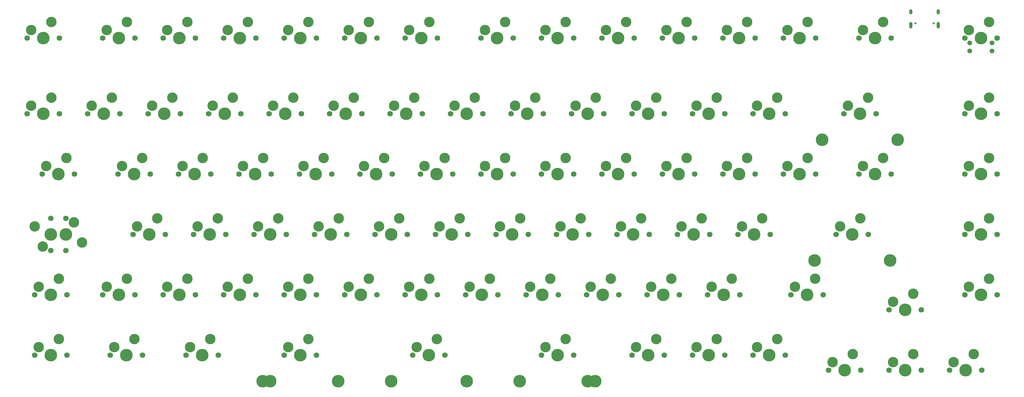
<source format=gbr>
%TF.GenerationSoftware,KiCad,Pcbnew,8.0.4*%
%TF.CreationDate,2024-09-06T17:24:34+02:00*%
%TF.ProjectId,kicad8,6b696361-6438-42e6-9b69-6361645f7063,rev?*%
%TF.SameCoordinates,Original*%
%TF.FileFunction,Soldermask,Top*%
%TF.FilePolarity,Negative*%
%FSLAX46Y46*%
G04 Gerber Fmt 4.6, Leading zero omitted, Abs format (unit mm)*
G04 Created by KiCad (PCBNEW 8.0.4) date 2024-09-06 17:24:34*
%MOMM*%
%LPD*%
G01*
G04 APERTURE LIST*
%ADD10C,3.987800*%
%ADD11C,1.500000*%
%ADD12C,1.750000*%
%ADD13C,3.300000*%
%ADD14C,0.650000*%
%ADD15O,1.000000X1.600000*%
%ADD16O,1.000000X2.100000*%
G04 APERTURE END LIST*
D10*
%TO.C,SW1*%
X319936727Y-24773225D03*
D11*
X323436727Y-28773225D03*
X323436727Y-26273225D03*
X316436727Y-26273225D03*
X316436727Y-28773225D03*
%TD*%
D10*
%TO.C,S1*%
X269930477Y-56840725D03*
X293742977Y-56840725D03*
%TD*%
%TO.C,S3*%
X96099227Y-133040725D03*
X196111727Y-133040725D03*
%TD*%
%TO.C,S5*%
X134199227Y-133040725D03*
X158011727Y-133040725D03*
%TD*%
%TO.C,S4*%
X93717977Y-133040725D03*
X117530477Y-133040725D03*
%TD*%
%TO.C,S6*%
X174680477Y-133040725D03*
X198492977Y-133040725D03*
%TD*%
%TO.C,S2*%
X267549227Y-94940725D03*
X291361727Y-94940725D03*
%TD*%
D12*
%TO.C,${VALUE}*%
X229766727Y-67635725D03*
D10*
X224686727Y-67635725D03*
D12*
X219606727Y-67635725D03*
D13*
X220876727Y-65095725D03*
X227226727Y-62555725D03*
%TD*%
D12*
%TO.C,${VALUE}*%
X210716727Y-67635725D03*
D10*
X205636727Y-67635725D03*
D12*
X200556727Y-67635725D03*
D13*
X201826727Y-65095725D03*
X208176727Y-62555725D03*
%TD*%
D12*
%TO.C,${VALUE}*%
X291679227Y-67635725D03*
D10*
X286599227Y-67635725D03*
D12*
X281519227Y-67635725D03*
D13*
X282789227Y-65095725D03*
X289139227Y-62555725D03*
%TD*%
D12*
%TO.C,${VALUE}*%
X191666727Y-67635725D03*
D10*
X186586727Y-67635725D03*
D12*
X181506727Y-67635725D03*
D13*
X182776727Y-65095725D03*
X189126727Y-62555725D03*
%TD*%
D12*
%TO.C,${VALUE}*%
X325016727Y-24773225D03*
D10*
X319936727Y-24773225D03*
D12*
X314856727Y-24773225D03*
D13*
X316126727Y-22233225D03*
X322476727Y-19693225D03*
%TD*%
D12*
%TO.C,${VALUE}*%
X177379227Y-86685725D03*
D10*
X172299227Y-86685725D03*
D12*
X167219227Y-86685725D03*
D13*
X168489227Y-84145725D03*
X174839227Y-81605725D03*
%TD*%
D12*
%TO.C,${VALUE}*%
X86891727Y-48585725D03*
D10*
X81811727Y-48585725D03*
D12*
X76731727Y-48585725D03*
D13*
X78001727Y-46045725D03*
X84351727Y-43505725D03*
%TD*%
D12*
%TO.C,${VALUE}*%
X239291727Y-48585725D03*
D10*
X234211727Y-48585725D03*
D12*
X229131727Y-48585725D03*
D13*
X230401727Y-46045725D03*
X236751727Y-43505725D03*
%TD*%
D12*
%TO.C,${VALUE}*%
X234529227Y-86685725D03*
D10*
X229449227Y-86685725D03*
D12*
X224369227Y-86685725D03*
D13*
X225639227Y-84145725D03*
X231989227Y-81605725D03*
%TD*%
D12*
%TO.C,${VALUE}*%
X205954227Y-105735725D03*
D10*
X200874227Y-105735725D03*
D12*
X195794227Y-105735725D03*
D13*
X197064227Y-103195725D03*
X203414227Y-100655725D03*
%TD*%
D12*
%TO.C,${VALUE}*%
X67841727Y-48585725D03*
D10*
X62761727Y-48585725D03*
D12*
X57681727Y-48585725D03*
D13*
X58951727Y-46045725D03*
X65301727Y-43505725D03*
%TD*%
D12*
%TO.C,${VALUE}*%
X148804227Y-105735725D03*
D10*
X143724227Y-105735725D03*
D12*
X138644227Y-105735725D03*
D13*
X139914227Y-103195725D03*
X146264227Y-100655725D03*
%TD*%
D12*
%TO.C,${VALUE}*%
X48791727Y-48585725D03*
D10*
X43711727Y-48585725D03*
D12*
X38631727Y-48585725D03*
D13*
X39901727Y-46045725D03*
X46251727Y-43505725D03*
%TD*%
D12*
%TO.C,${VALUE}*%
X55935477Y-124785725D03*
D10*
X50855477Y-124785725D03*
D12*
X45775477Y-124785725D03*
D13*
X47045477Y-122245725D03*
X53395477Y-119705725D03*
%TD*%
D12*
%TO.C,${VALUE}*%
X282154227Y-129548225D03*
D10*
X277074227Y-129548225D03*
D12*
X271994227Y-129548225D03*
D13*
X273264227Y-127008225D03*
X279614227Y-124468225D03*
%TD*%
D12*
%TO.C,${VALUE}*%
X320254227Y-129548225D03*
D10*
X315174227Y-129548225D03*
D12*
X310094227Y-129548225D03*
D13*
X311364227Y-127008225D03*
X317714227Y-124468225D03*
%TD*%
D12*
%TO.C,${VALUE}*%
X291679227Y-24773225D03*
D10*
X286599227Y-24773225D03*
D12*
X281519227Y-24773225D03*
D13*
X282789227Y-22233225D03*
X289139227Y-19693225D03*
%TD*%
D12*
%TO.C,${VALUE}*%
X301204227Y-129548225D03*
D10*
X296124227Y-129548225D03*
D12*
X291044227Y-129548225D03*
D13*
X292314227Y-127008225D03*
X298664227Y-124468225D03*
%TD*%
D12*
%TO.C,${VALUE}*%
X325016727Y-67635725D03*
D10*
X319936727Y-67635725D03*
D12*
X314856727Y-67635725D03*
D13*
X316126727Y-65095725D03*
X322476727Y-62555725D03*
%TD*%
D12*
%TO.C,${VALUE}*%
X220241727Y-124785725D03*
D10*
X215161727Y-124785725D03*
D12*
X210081727Y-124785725D03*
D13*
X211351727Y-122245725D03*
X217701727Y-119705725D03*
%TD*%
D12*
%TO.C,${VALUE}*%
X301204227Y-110498225D03*
D10*
X296124227Y-110498225D03*
D12*
X291044227Y-110498225D03*
D13*
X292314227Y-107958225D03*
X298664227Y-105418225D03*
%TD*%
D12*
%TO.C,${VALUE}*%
X139279227Y-86685725D03*
D10*
X134199227Y-86685725D03*
D12*
X129119227Y-86685725D03*
D13*
X130389227Y-84145725D03*
X136739227Y-81605725D03*
%TD*%
D14*
%TO.C,J1*%
X299282204Y-20114766D03*
X305062204Y-20114766D03*
D15*
X297852204Y-16464766D03*
D16*
X297852204Y-20644766D03*
D15*
X306492204Y-16464766D03*
D16*
X306492204Y-20644766D03*
%TD*%
D12*
%TO.C,${VALUE}*%
X267866727Y-67635725D03*
D10*
X262786727Y-67635725D03*
D12*
X257706727Y-67635725D03*
D13*
X258976727Y-65095725D03*
X265326727Y-62555725D03*
%TD*%
D12*
%TO.C,${VALUE}*%
X27055477Y-81605725D03*
D10*
X27055477Y-86685725D03*
D12*
X27055477Y-91765725D03*
D13*
X24515477Y-90495725D03*
X21975477Y-84145725D03*
%TD*%
D12*
%TO.C,${VALUE}*%
X32122977Y-124785725D03*
D10*
X27042977Y-124785725D03*
D12*
X21962977Y-124785725D03*
D13*
X23232977Y-122245725D03*
X29582977Y-119705725D03*
%TD*%
D12*
%TO.C,${VALUE}*%
X110704227Y-105735725D03*
D10*
X105624227Y-105735725D03*
D12*
X100544227Y-105735725D03*
D13*
X101814227Y-103195725D03*
X108164227Y-100655725D03*
%TD*%
D12*
%TO.C,${VALUE}*%
X248816727Y-24773225D03*
D10*
X243736727Y-24773225D03*
D12*
X238656727Y-24773225D03*
D13*
X239926727Y-22233225D03*
X246276727Y-19693225D03*
%TD*%
D12*
%TO.C,${VALUE}*%
X110704227Y-24773225D03*
D10*
X105624227Y-24773225D03*
D12*
X100544227Y-24773225D03*
D13*
X101814227Y-22233225D03*
X108164227Y-19693225D03*
%TD*%
D12*
%TO.C,${VALUE}*%
X210716727Y-24773225D03*
D10*
X205636727Y-24773225D03*
D12*
X200556727Y-24773225D03*
D13*
X201826727Y-22233225D03*
X208176727Y-19693225D03*
%TD*%
D12*
%TO.C,${VALUE}*%
X77366727Y-67635725D03*
D10*
X72286727Y-67635725D03*
D12*
X67206727Y-67635725D03*
D13*
X68476727Y-65095725D03*
X74826727Y-62555725D03*
%TD*%
D12*
%TO.C,${VALUE}*%
X101179227Y-86685725D03*
D10*
X96099227Y-86685725D03*
D12*
X91019227Y-86685725D03*
D13*
X92289227Y-84145725D03*
X98639227Y-81605725D03*
%TD*%
D12*
%TO.C,${VALUE}*%
X258341727Y-48585725D03*
D10*
X253261727Y-48585725D03*
D12*
X248181727Y-48585725D03*
D13*
X249451727Y-46045725D03*
X255801727Y-43505725D03*
%TD*%
D12*
%TO.C,${VALUE}*%
X53554227Y-24773225D03*
D10*
X48474227Y-24773225D03*
D12*
X43394227Y-24773225D03*
D13*
X44664227Y-22233225D03*
X51014227Y-19693225D03*
%TD*%
D12*
%TO.C,${VALUE}*%
X258341727Y-124785725D03*
D10*
X253261727Y-124785725D03*
D12*
X248181727Y-124785725D03*
D13*
X249451727Y-122245725D03*
X255801727Y-119705725D03*
%TD*%
D12*
%TO.C,${VALUE}*%
X96416727Y-67635725D03*
D10*
X91336727Y-67635725D03*
D12*
X86256727Y-67635725D03*
D13*
X87526727Y-65095725D03*
X93876727Y-62555725D03*
%TD*%
D12*
%TO.C,${VALUE}*%
X124991727Y-48585725D03*
D10*
X119911727Y-48585725D03*
D12*
X114831727Y-48585725D03*
D13*
X116101727Y-46045725D03*
X122451727Y-43505725D03*
%TD*%
D12*
%TO.C,${VALUE}*%
X220241727Y-48585725D03*
D10*
X215161727Y-48585725D03*
D12*
X210081727Y-48585725D03*
D13*
X211351727Y-46045725D03*
X217701727Y-43505725D03*
%TD*%
D12*
%TO.C,${VALUE}*%
X182141727Y-48585725D03*
D10*
X177061727Y-48585725D03*
D12*
X171981727Y-48585725D03*
D13*
X173251727Y-46045725D03*
X179601727Y-43505725D03*
%TD*%
D12*
%TO.C,${VALUE}*%
X110704227Y-124785725D03*
D10*
X105624227Y-124785725D03*
D12*
X100544227Y-124785725D03*
D13*
X101814227Y-122245725D03*
X108164227Y-119705725D03*
%TD*%
D12*
%TO.C,${VALUE}*%
X29741727Y-48585725D03*
D10*
X24661727Y-48585725D03*
D12*
X19581727Y-48585725D03*
D13*
X20851727Y-46045725D03*
X27201727Y-43505725D03*
%TD*%
D12*
%TO.C,${VALUE}*%
X163091727Y-48585725D03*
D10*
X158011727Y-48585725D03*
D12*
X152931727Y-48585725D03*
D13*
X154201727Y-46045725D03*
X160551727Y-43505725D03*
%TD*%
D12*
%TO.C,${VALUE}*%
X325016727Y-48585725D03*
D10*
X319936727Y-48585725D03*
D12*
X314856727Y-48585725D03*
D13*
X316126727Y-46045725D03*
X322476727Y-43505725D03*
%TD*%
D12*
%TO.C,${VALUE}*%
X53554227Y-105735725D03*
D10*
X48474227Y-105735725D03*
D12*
X43394227Y-105735725D03*
D13*
X44664227Y-103195725D03*
X51014227Y-100655725D03*
%TD*%
D12*
%TO.C,${VALUE}*%
X115466727Y-67635725D03*
D10*
X110386727Y-67635725D03*
D12*
X105306727Y-67635725D03*
D13*
X106576727Y-65095725D03*
X112926727Y-62555725D03*
%TD*%
D12*
%TO.C,${VALUE}*%
X267866727Y-24773225D03*
D10*
X262786727Y-24773225D03*
D12*
X257706727Y-24773225D03*
D13*
X258976727Y-22233225D03*
X265326727Y-19693225D03*
%TD*%
D12*
%TO.C,${VALUE}*%
X129754227Y-105735725D03*
D10*
X124674227Y-105735725D03*
D12*
X119594227Y-105735725D03*
D13*
X120864227Y-103195725D03*
X127214227Y-100655725D03*
%TD*%
D12*
%TO.C,${VALUE}*%
X325016727Y-86685725D03*
D10*
X319936727Y-86685725D03*
D12*
X314856727Y-86685725D03*
D13*
X316126727Y-84145725D03*
X322476727Y-81605725D03*
%TD*%
D12*
%TO.C,${VALUE}*%
X270247977Y-105735725D03*
D10*
X265167977Y-105735725D03*
D12*
X260087977Y-105735725D03*
D13*
X261357977Y-103195725D03*
X267707977Y-100655725D03*
%TD*%
D12*
%TO.C,${VALUE}*%
X253579227Y-86685725D03*
D10*
X248499227Y-86685725D03*
D12*
X243419227Y-86685725D03*
D13*
X244689227Y-84145725D03*
X251039227Y-81605725D03*
%TD*%
D12*
%TO.C,${VALUE}*%
X225004227Y-105735725D03*
D10*
X219924227Y-105735725D03*
D12*
X214844227Y-105735725D03*
D13*
X216114227Y-103195725D03*
X222464227Y-100655725D03*
%TD*%
D12*
%TO.C,${VALUE}*%
X91654227Y-24773225D03*
D10*
X86574227Y-24773225D03*
D12*
X81494227Y-24773225D03*
D13*
X82764227Y-22233225D03*
X89114227Y-19693225D03*
%TD*%
D12*
%TO.C,${VALUE}*%
X72604227Y-24773225D03*
D10*
X67524227Y-24773225D03*
D12*
X62444227Y-24773225D03*
D13*
X63714227Y-22233225D03*
X70064227Y-19693225D03*
%TD*%
D12*
%TO.C,${VALUE}*%
X191666727Y-124785725D03*
D10*
X186586727Y-124785725D03*
D12*
X181506727Y-124785725D03*
D13*
X182776727Y-122245725D03*
X189126727Y-119705725D03*
%TD*%
D12*
%TO.C,${VALUE}*%
X79747977Y-124785725D03*
D10*
X74667977Y-124785725D03*
D12*
X69587977Y-124785725D03*
D13*
X70857977Y-122245725D03*
X77207977Y-119705725D03*
%TD*%
D12*
%TO.C,${VALUE}*%
X186904227Y-105735725D03*
D10*
X181824227Y-105735725D03*
D12*
X176744227Y-105735725D03*
D13*
X178014227Y-103195725D03*
X184364227Y-100655725D03*
%TD*%
D12*
%TO.C,${VALUE}*%
X58316727Y-67635725D03*
D10*
X53236727Y-67635725D03*
D12*
X48156727Y-67635725D03*
D13*
X49426727Y-65095725D03*
X55776727Y-62555725D03*
%TD*%
D12*
%TO.C,${VALUE}*%
X191666727Y-24773225D03*
D10*
X186586727Y-24773225D03*
D12*
X181506727Y-24773225D03*
D13*
X182776727Y-22233225D03*
X189126727Y-19693225D03*
%TD*%
D12*
%TO.C,${VALUE}*%
X105941727Y-48585725D03*
D10*
X100861727Y-48585725D03*
D12*
X95781727Y-48585725D03*
D13*
X97051727Y-46045725D03*
X103401727Y-43505725D03*
%TD*%
D12*
%TO.C,${VALUE}*%
X63079227Y-86685725D03*
D10*
X57999227Y-86685725D03*
D12*
X52919227Y-86685725D03*
D13*
X54189227Y-84145725D03*
X60539227Y-81605725D03*
%TD*%
D12*
%TO.C,${VALUE}*%
X286916727Y-48585725D03*
D10*
X281836727Y-48585725D03*
D12*
X276756727Y-48585725D03*
D13*
X278026727Y-46045725D03*
X284376727Y-43505725D03*
%TD*%
D12*
%TO.C,${VALUE}*%
X229766727Y-24773225D03*
D10*
X224686727Y-24773225D03*
D12*
X219606727Y-24773225D03*
D13*
X220876727Y-22233225D03*
X227226727Y-19693225D03*
%TD*%
D12*
%TO.C,${VALUE}*%
X151185477Y-124785725D03*
D10*
X146105477Y-124785725D03*
D12*
X141025477Y-124785725D03*
D13*
X142295477Y-122245725D03*
X148645477Y-119705725D03*
%TD*%
D12*
%TO.C,${VALUE}*%
X172616727Y-24773225D03*
D10*
X167536727Y-24773225D03*
D12*
X162456727Y-24773225D03*
D13*
X163726727Y-22233225D03*
X170076727Y-19693225D03*
%TD*%
D12*
%TO.C,${VALUE}*%
X153566727Y-67635725D03*
D10*
X148486727Y-67635725D03*
D12*
X143406727Y-67635725D03*
D13*
X144676727Y-65095725D03*
X151026727Y-62555725D03*
%TD*%
D12*
%TO.C,${VALUE}*%
X134516727Y-67635725D03*
D10*
X129436727Y-67635725D03*
D12*
X124356727Y-67635725D03*
D13*
X125626727Y-65095725D03*
X131976727Y-62555725D03*
%TD*%
D12*
%TO.C,${VALUE}*%
X239291727Y-124785725D03*
D10*
X234211727Y-124785725D03*
D12*
X229131727Y-124785725D03*
D13*
X230401727Y-122245725D03*
X236751727Y-119705725D03*
%TD*%
D12*
%TO.C,${VALUE}*%
X284535477Y-86685725D03*
D10*
X279455477Y-86685725D03*
D12*
X274375477Y-86685725D03*
D13*
X275645477Y-84145725D03*
X281995477Y-81605725D03*
%TD*%
D12*
%TO.C,${VALUE}*%
X196429227Y-86685725D03*
D10*
X191349227Y-86685725D03*
D12*
X186269227Y-86685725D03*
D13*
X187539227Y-84145725D03*
X193889227Y-81605725D03*
%TD*%
D12*
%TO.C,${VALUE}*%
X167854227Y-105735725D03*
D10*
X162774227Y-105735725D03*
D12*
X157694227Y-105735725D03*
D13*
X158964227Y-103195725D03*
X165314227Y-100655725D03*
%TD*%
D12*
%TO.C,${VALUE}*%
X244054227Y-105735725D03*
D10*
X238974227Y-105735725D03*
D12*
X233894227Y-105735725D03*
D13*
X235164227Y-103195725D03*
X241514227Y-100655725D03*
%TD*%
D12*
%TO.C,${VALUE}*%
X201191727Y-48585725D03*
D10*
X196111727Y-48585725D03*
D12*
X191031727Y-48585725D03*
D13*
X192301727Y-46045725D03*
X198651727Y-43505725D03*
%TD*%
D12*
%TO.C,${VALUE}*%
X248816727Y-67635725D03*
D10*
X243736727Y-67635725D03*
D12*
X238656727Y-67635725D03*
D13*
X239926727Y-65095725D03*
X246276727Y-62555725D03*
%TD*%
D12*
%TO.C,${VALUE}*%
X144041727Y-48585725D03*
D10*
X138961727Y-48585725D03*
D12*
X133881727Y-48585725D03*
D13*
X135151727Y-46045725D03*
X141501727Y-43505725D03*
%TD*%
D12*
%TO.C,${VALUE}*%
X129754227Y-24773225D03*
D10*
X124674227Y-24773225D03*
D12*
X119594227Y-24773225D03*
D13*
X120864227Y-22233225D03*
X127214227Y-19693225D03*
%TD*%
D12*
%TO.C,${VALUE}*%
X32122977Y-105735725D03*
D10*
X27042977Y-105735725D03*
D12*
X21962977Y-105735725D03*
D13*
X23232977Y-103195725D03*
X29582977Y-100655725D03*
%TD*%
D12*
%TO.C,${VALUE}*%
X34504227Y-67635725D03*
D10*
X29424227Y-67635725D03*
D12*
X24344227Y-67635725D03*
D13*
X25614227Y-65095725D03*
X31964227Y-62555725D03*
%TD*%
D12*
%TO.C,${VALUE}*%
X215479227Y-86685725D03*
D10*
X210399227Y-86685725D03*
D12*
X205319227Y-86685725D03*
D13*
X206589227Y-84145725D03*
X212939227Y-81605725D03*
%TD*%
D12*
%TO.C,${VALUE}*%
X72604227Y-105735725D03*
D10*
X67524227Y-105735725D03*
D12*
X62444227Y-105735725D03*
D13*
X63714227Y-103195725D03*
X70064227Y-100655725D03*
%TD*%
D12*
%TO.C,${VALUE}*%
X158329227Y-86685725D03*
D10*
X153249227Y-86685725D03*
D12*
X148169227Y-86685725D03*
D13*
X149439227Y-84145725D03*
X155789227Y-81605725D03*
%TD*%
D12*
%TO.C,${VALUE}*%
X91654227Y-105735725D03*
D10*
X86574227Y-105735725D03*
D12*
X81494227Y-105735725D03*
D13*
X82764227Y-103195725D03*
X89114227Y-100655725D03*
%TD*%
D12*
%TO.C,${VALUE}*%
X82129227Y-86685725D03*
D10*
X77049227Y-86685725D03*
D12*
X71969227Y-86685725D03*
D13*
X73239227Y-84145725D03*
X79589227Y-81605725D03*
%TD*%
D12*
%TO.C,${VALUE}*%
X120229227Y-86685725D03*
D10*
X115149227Y-86685725D03*
D12*
X110069227Y-86685725D03*
D13*
X111339227Y-84145725D03*
X117689227Y-81605725D03*
%TD*%
D12*
%TO.C,${VALUE}*%
X29741727Y-24773225D03*
D10*
X24661727Y-24773225D03*
D12*
X19581727Y-24773225D03*
D13*
X20851727Y-22233225D03*
X27201727Y-19693225D03*
%TD*%
D12*
%TO.C,${VALUE}*%
X148804227Y-24773225D03*
D10*
X143724227Y-24773225D03*
D12*
X138644227Y-24773225D03*
D13*
X139914227Y-22233225D03*
X146264227Y-19693225D03*
%TD*%
D12*
%TO.C,${VALUE}*%
X172616727Y-67635725D03*
D10*
X167536727Y-67635725D03*
D12*
X162456727Y-67635725D03*
D13*
X163726727Y-65095725D03*
X170076727Y-62555725D03*
%TD*%
D12*
%TO.C,MX45_1*%
X31805477Y-91765725D03*
D10*
X31805477Y-86685725D03*
D12*
X31805477Y-81605725D03*
D13*
X34345477Y-82875725D03*
X36885477Y-89225725D03*
%TD*%
D12*
%TO.C,${VALUE}*%
X325016727Y-105735725D03*
D10*
X319936727Y-105735725D03*
D12*
X314856727Y-105735725D03*
D13*
X316126727Y-103195725D03*
X322476727Y-100655725D03*
%TD*%
M02*

</source>
